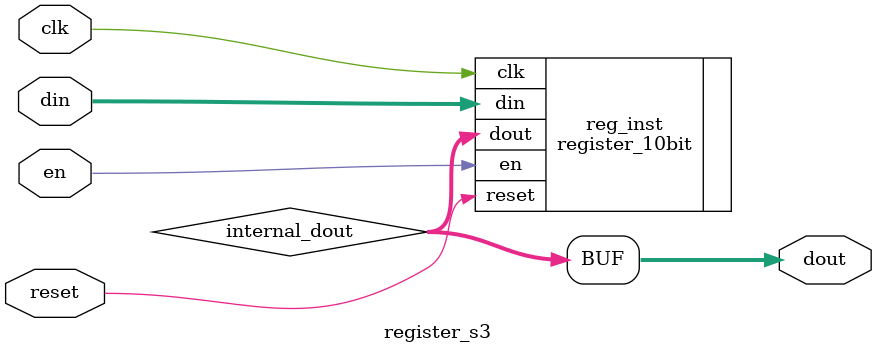
<source format=v>
`timescale 1 ns/1 ps
module register_s3(
    output wire [9:0] dout,
    input wire clk, reset, en,
    input wire [9:0] din );
    
    wire [9:0] internal_dout;
    
    register_10bit reg_inst(.clk(clk), .reset(reset), .en(en), .dout(internal_dout), .din(din));
    
    assign dout = internal_dout;
endmodule
</source>
